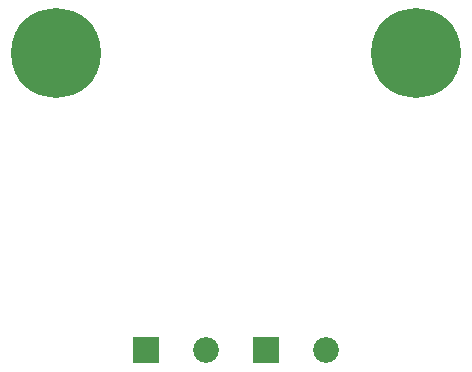
<source format=gbr>
G04 start of page 7 for group -4062 idx -4062 *
G04 Title: (unknown), soldermask *
G04 Creator: pcb 4.0.2 *
G04 CreationDate: Mon Feb 22 17:57:16 2021 UTC *
G04 For: ndholmes *
G04 Format: Gerber/RS-274X *
G04 PCB-Dimensions (mil): 2000.00 2000.00 *
G04 PCB-Coordinate-Origin: lower left *
%MOIN*%
%FSLAX25Y25*%
%LNBOTTOMMASK*%
%ADD30C,0.0860*%
%ADD29C,0.0001*%
%ADD28C,0.2997*%
G54D28*X160000Y121000D03*
X40000D03*
G54D29*G36*
X105700Y26300D02*Y17700D01*
X114300D01*
Y26300D01*
X105700D01*
G37*
G54D30*X130000Y22000D03*
G54D29*G36*
X65700Y26300D02*Y17700D01*
X74300D01*
Y26300D01*
X65700D01*
G37*
G54D30*X90000Y22000D03*
M02*

</source>
